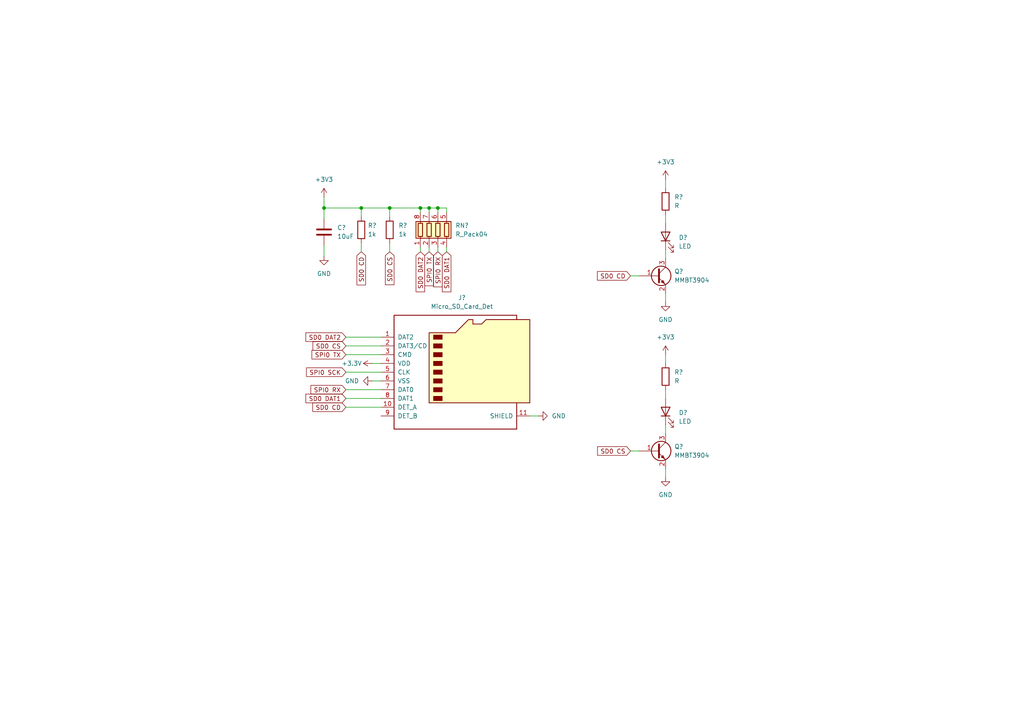
<source format=kicad_sch>
(kicad_sch (version 20211123) (generator eeschema)
  (paper "A4")
  (lib_symbols
    (symbol "Connector:Micro_SD_Card_Det" (pin_names (offset 1.016))
      (property "Reference" "J" (at -16.51 17.78 0))
      (property "Value" "Micro_SD_Card_Det" (at 16.51 17.78 0))
      (symbol "Micro_SD_Card_Det_0_1"
        (rectangle (start -7.62 -6.985) (end -5.08 -8.255) (fill (type outline)))
        (rectangle (start -7.62 -4.445) (end -5.08 -5.715) (fill (type outline)))
        (rectangle (start -7.62 -1.905) (end -5.08 -3.175) (fill (type outline)))
        (rectangle (start -7.62 0.635) (end -5.08 -0.635) (fill (type outline)))
        (rectangle (start -7.62 3.175) (end -5.08 1.905) (fill (type outline)))
        (rectangle (start -7.62 5.715) (end -5.08 4.445) (fill (type outline)))
        (rectangle (start -7.62 8.255) (end -5.08 6.985) (fill (type outline)))
        (rectangle (start -7.62 10.795) (end -5.08 9.525) (fill (type outline)))
        (polyline (pts (xy 16.51 15.24) (xy 16.51 16.51) (xy -19.05 16.51) (xy -19.05 -16.51) (xy 16.51 -16.51) (xy 16.51 -8.89)) (stroke (width 0.254)))
        (polyline (pts (xy -8.89 -8.89) (xy -8.89 11.43) (xy -1.27 11.43) (xy 2.54 15.24) (xy 3.81 15.24) (xy 3.81 13.97) (xy 6.35 13.97) (xy 7.62 15.24) (xy 20.32 15.24) (xy 20.32 -8.89) (xy -8.89 -8.89)) (stroke (width 0.254)) (fill (type background)))
      )
      (symbol "Micro_SD_Card_Det_1_1"
        (pin bidirectional line (at -22.86 10.16 0) (length 3.81) (name "DAT2") (number "1"))
        (pin passive line (at -22.86 -10.16 0) (length 3.81) (name "DET_A") (number "10"))
        (pin passive line (at 20.32 -12.7 180) (length 3.81) (name "SHIELD") (number "11"))
        (pin bidirectional line (at -22.86 7.62 0) (length 3.81) (name "DAT3/CD") (number "2"))
        (pin input line (at -22.86 5.08 0) (length 3.81) (name "CMD") (number "3"))
        (pin power_in line (at -22.86 2.54 0) (length 3.81) (name "VDD") (number "4"))
        (pin input line (at -22.86 0 0) (length 3.81) (name "CLK") (number "5"))
        (pin power_in line (at -22.86 -2.54 0) (length 3.81) (name "VSS") (number "6"))
        (pin bidirectional line (at -22.86 -5.08 0) (length 3.81) (name "DAT0") (number "7"))
        (pin bidirectional line (at -22.86 -7.62 0) (length 3.81) (name "DAT1") (number "8"))
        (pin passive line (at -22.86 -12.7 0) (length 3.81) (name "DET_B") (number "9"))
      )
    )
    (symbol "Device:C" (pin_numbers hide) (pin_names (offset 0.254))
      (property "Reference" "C" (at 0.635 2.54 0))
      (property "Value" "C" (at 0.635 -2.54 0))
      (symbol "C_0_1"
        (polyline (pts (xy -2.032 -0.762) (xy 2.032 -0.762)) (stroke (width 0.508)))
        (polyline (pts (xy -2.032 0.762) (xy 2.032 0.762)) (stroke (width 0.508)))
      )
      (symbol "C_1_1"
        (pin passive line (at 0 3.81 270) (length 2.794) (name "~") (number "1"))
        (pin passive line (at 0 -3.81 90) (length 2.794) (name "~") (number "2"))
      )
    )
    (symbol "Device:LED" (pin_numbers hide) (pin_names (offset 1.016) hide)
      (property "Reference" "D" (at 0 2.54 0))
      (property "Value" "LED" (at 0 -2.54 0))
      (symbol "LED_0_1"
        (polyline (pts (xy -1.27 -1.27) (xy -1.27 1.27)) (stroke (width 0.254)))
        (polyline (pts (xy -1.27 0) (xy 1.27 0)))
        (polyline (pts (xy 1.27 -1.27) (xy 1.27 1.27) (xy -1.27 0) (xy 1.27 -1.27)) (stroke (width 0.254)))
        (polyline (pts (xy -3.048 -0.762) (xy -4.572 -2.286) (xy -3.81 -2.286) (xy -4.572 -2.286) (xy -4.572 -1.524)))
        (polyline (pts (xy -1.778 -0.762) (xy -3.302 -2.286) (xy -2.54 -2.286) (xy -3.302 -2.286) (xy -3.302 -1.524)))
      )
      (symbol "LED_1_1"
        (pin passive line (at -3.81 0 0) (length 2.54) (name "K") (number "1"))
        (pin passive line (at 3.81 0 180) (length 2.54) (name "A") (number "2"))
      )
    )
    (symbol "Device:R" (pin_numbers hide) (pin_names (offset 0))
      (property "Reference" "R" (at 2.032 0 90))
      (property "Value" "R" (at 0 0 90))
      (symbol "R_0_1"
        (rectangle (start -1.016 -2.54) (end 1.016 2.54) (stroke (width 0.254)))
      )
      (symbol "R_1_1"
        (pin passive line (at 0 3.81 270) (length 1.27) (name "~") (number "1"))
        (pin passive line (at 0 -3.81 90) (length 1.27) (name "~") (number "2"))
      )
    )
    (symbol "Device:R_Pack04" (pin_names (offset 0) hide)
      (property "Reference" "RN" (at -7.62 0 90))
      (property "Value" "R_Pack04" (at 5.08 0 90))
      (symbol "R_Pack04_0_1"
        (rectangle (start -6.35 -2.413) (end 3.81 2.413) (stroke (width 0.254)) (fill (type background)))
        (rectangle (start -5.715 1.905) (end -4.445 -1.905) (stroke (width 0.254)))
        (rectangle (start -3.175 1.905) (end -1.905 -1.905) (stroke (width 0.254)))
        (rectangle (start -0.635 1.905) (end 0.635 -1.905) (stroke (width 0.254)))
        (polyline (pts (xy -5.08 -2.54) (xy -5.08 -1.905)))
        (polyline (pts (xy -5.08 1.905) (xy -5.08 2.54)))
        (polyline (pts (xy -2.54 -2.54) (xy -2.54 -1.905)))
        (polyline (pts (xy -2.54 1.905) (xy -2.54 2.54)))
        (polyline (pts (xy 0 -2.54) (xy 0 -1.905)))
        (polyline (pts (xy 0 1.905) (xy 0 2.54)))
        (polyline (pts (xy 2.54 -2.54) (xy 2.54 -1.905)))
        (polyline (pts (xy 2.54 1.905) (xy 2.54 2.54)))
        (rectangle (start 1.905 1.905) (end 3.175 -1.905) (stroke (width 0.254)))
      )
      (symbol "R_Pack04_1_1"
        (pin passive line (at -5.08 -5.08 90) (length 2.54) (name "R1.1") (number "1"))
        (pin passive line (at -2.54 -5.08 90) (length 2.54) (name "R2.1") (number "2"))
        (pin passive line (at 0 -5.08 90) (length 2.54) (name "R3.1") (number "3"))
        (pin passive line (at 2.54 -5.08 90) (length 2.54) (name "R4.1") (number "4"))
        (pin passive line (at 2.54 5.08 270) (length 2.54) (name "R4.2") (number "5"))
        (pin passive line (at 0 5.08 270) (length 2.54) (name "R3.2") (number "6"))
        (pin passive line (at -2.54 5.08 270) (length 2.54) (name "R2.2") (number "7"))
        (pin passive line (at -5.08 5.08 270) (length 2.54) (name "R1.2") (number "8"))
      )
    )
    (symbol "Transistor_BJT:MMBT3904" (pin_names (offset 0) hide)
      (property "Reference" "Q" (at 5.08 1.905 0))
      (property "Value" "MMBT3904" (at 5.08 0 0))
      (symbol "MMBT3904_0_1"
        (polyline (pts (xy 0.635 0.635) (xy 2.54 2.54)))
        (polyline (pts (xy 0.635 -0.635) (xy 2.54 -2.54) (xy 2.54 -2.54)))
        (polyline (pts (xy 0.635 1.905) (xy 0.635 -1.905) (xy 0.635 -1.905)) (stroke (width 0.508)))
        (polyline (pts (xy 1.27 -1.778) (xy 1.778 -1.27) (xy 2.286 -2.286) (xy 1.27 -1.778) (xy 1.27 -1.778)) (fill (type outline)))
        (circle (center 1.27 0) (radius 2.8194) (stroke (width 0.254)))
      )
      (symbol "MMBT3904_1_1"
        (pin input line (at -5.08 0 0) (length 5.715) (name "B") (number "1"))
        (pin passive line (at 2.54 -5.08 90) (length 2.54) (name "E") (number "2"))
        (pin passive line (at 2.54 5.08 270) (length 2.54) (name "C") (number "3"))
      )
    )
    (symbol "power:+3.3V" (power) (pin_names (offset 0))
      (property "Value" "+3.3V" (at 0 3.556 0))
      (symbol "+3.3V_0_1"
        (polyline (pts (xy -0.762 1.27) (xy 0 2.54)))
        (polyline (pts (xy 0 0) (xy 0 2.54)))
        (polyline (pts (xy 0 2.54) (xy 0.762 1.27)))
      )
      (symbol "+3.3V_1_1"
        (pin power_in line (at 0 0 90) (length 0) hide (name "+3.3V") (number "1"))
      )
    )
    (symbol "power:+3V3" (power) (pin_names (offset 0))
      (property "Value" "+3V3" (at 0 3.556 0))
      (symbol "+3V3_0_1"
        (polyline (pts (xy -0.762 1.27) (xy 0 2.54)))
        (polyline (pts (xy 0 0) (xy 0 2.54)))
        (polyline (pts (xy 0 2.54) (xy 0.762 1.27)))
      )
      (symbol "+3V3_1_1"
        (pin power_in line (at 0 0 90) (length 0) hide (name "+3V3") (number "1"))
      )
    )
    (symbol "power:GND" (power) (pin_names (offset 0))
      (property "Value" "GND" (at 0 -3.81 0))
      (symbol "GND_0_1"
        (polyline (pts (xy 0 0) (xy 0 -1.27) (xy 1.27 -1.27) (xy 0 -2.54) (xy -1.27 -1.27) (xy 0 -1.27)))
      )
      (symbol "GND_1_1"
        (pin power_in line (at 0 0 270) (length 0) hide (name "GND") (number "1"))
      )
    )
  )
  (junction (at 121.92 60.325))
  (junction (at 124.46 60.325))
  (junction (at 113.03 60.325))
  (junction (at 93.98 60.325))
  (junction (at 127 60.325))
  (junction (at 104.775 60.325))
  (wire (pts (xy 121.92 60.325) (xy 124.46 60.325)))
  (wire (pts (xy 113.03 60.325) (xy 104.775 60.325)))
  (wire (pts (xy 104.775 60.325) (xy 104.775 62.865)))
  (wire (pts (xy 193.04 123.19) (xy 193.04 125.73)))
  (wire (pts (xy 93.98 71.12) (xy 93.98 74.295)))
  (wire (pts (xy 113.03 60.325) (xy 121.92 60.325)))
  (wire (pts (xy 124.46 60.325) (xy 124.46 61.595)))
  (wire (pts (xy 193.04 52.07) (xy 193.04 54.61)))
  (wire (pts (xy 104.775 70.485) (xy 104.775 73.025)))
  (wire (pts (xy 100.33 102.87) (xy 110.49 102.87)))
  (wire (pts (xy 100.33 113.03) (xy 110.49 113.03)))
  (wire (pts (xy 93.98 60.325) (xy 93.98 63.5)))
  (wire (pts (xy 127 71.755) (xy 127 73.025)))
  (wire (pts (xy 153.67 120.65) (xy 156.21 120.65)))
  (wire (pts (xy 100.33 107.95) (xy 110.49 107.95)))
  (wire (pts (xy 107.95 110.49) (xy 110.49 110.49)))
  (wire (pts (xy 193.04 113.03) (xy 193.04 115.57)))
  (wire (pts (xy 193.04 62.23) (xy 193.04 64.77)))
  (wire (pts (xy 121.92 60.325) (xy 121.92 61.595)))
  (wire (pts (xy 193.04 135.89) (xy 193.04 138.43)))
  (wire (pts (xy 182.88 130.81) (xy 185.42 130.81)))
  (wire (pts (xy 93.98 57.15) (xy 93.98 60.325)))
  (wire (pts (xy 100.33 118.11) (xy 110.49 118.11)))
  (wire (pts (xy 127 60.325) (xy 127 61.595)))
  (wire (pts (xy 124.46 71.755) (xy 124.46 73.025)))
  (wire (pts (xy 193.04 72.39) (xy 193.04 74.93)))
  (wire (pts (xy 100.33 115.57) (xy 110.49 115.57)))
  (wire (pts (xy 193.04 102.87) (xy 193.04 105.41)))
  (wire (pts (xy 113.03 60.325) (xy 113.03 62.865)))
  (wire (pts (xy 127 60.325) (xy 129.54 60.325)))
  (wire (pts (xy 193.04 85.09) (xy 193.04 87.63)))
  (wire (pts (xy 107.95 105.41) (xy 110.49 105.41)))
  (wire (pts (xy 129.54 71.755) (xy 129.54 73.025)))
  (wire (pts (xy 100.33 100.33) (xy 110.49 100.33)))
  (wire (pts (xy 124.46 60.325) (xy 127 60.325)))
  (wire (pts (xy 129.54 60.325) (xy 129.54 61.595)))
  (wire (pts (xy 121.92 71.755) (xy 121.92 73.025)))
  (wire (pts (xy 182.88 80.01) (xy 185.42 80.01)))
  (wire (pts (xy 113.03 70.485) (xy 113.03 73.025)))
  (wire (pts (xy 100.33 97.79) (xy 110.49 97.79)))
  (wire (pts (xy 104.775 60.325) (xy 93.98 60.325)))
  (global_label "SD0 CS" (shape input) (at 100.33 100.33 180) (property "Intersheet References" "${INTERSHEET_REFS}" (effects hide)))
  (global_label "SPI0 TX" (shape input) (at 100.33 102.87 180) (property "Intersheet References" "${INTERSHEET_REFS}" (effects hide)))
  (global_label "SD0 CS" (shape input) (at 113.03 73.025 270) (property "Intersheet References" "${INTERSHEET_REFS}" (effects hide)))
  (global_label "SD0 DAT2" (shape input) (at 100.33 97.79 180) (property "Intersheet References" "${INTERSHEET_REFS}" (effects hide)))
  (global_label "SPI0 RX" (shape input) (at 127 73.025 270) (property "Intersheet References" "${INTERSHEET_REFS}" (effects hide)))
  (global_label "SD0 DAT2" (shape input) (at 121.92 73.025 270) (property "Intersheet References" "${INTERSHEET_REFS}" (effects hide)))
  (global_label "SD0 CD" (shape input) (at 104.775 73.025 270) (property "Intersheet References" "${INTERSHEET_REFS}" (effects hide)))
  (global_label "SD0 CD" (shape input) (at 182.88 80.01 180) (property "Intersheet References" "${INTERSHEET_REFS}" (effects hide)))
  (global_label "SD0 DAT1" (shape input) (at 100.33 115.57 180) (property "Intersheet References" "${INTERSHEET_REFS}" (effects hide)))
  (global_label "SPI0 TX" (shape input) (at 124.46 73.025 270) (property "Intersheet References" "${INTERSHEET_REFS}" (effects hide)))
  (global_label "SPI0 RX" (shape input) (at 100.33 113.03 180) (property "Intersheet References" "${INTERSHEET_REFS}" (effects hide)))
  (global_label "SD0 CS" (shape input) (at 182.88 130.81 180) (property "Intersheet References" "${INTERSHEET_REFS}" (effects hide)))
  (global_label "SD0 CD" (shape input) (at 100.33 118.11 180) (property "Intersheet References" "${INTERSHEET_REFS}" (effects hide)))
  (global_label "SPI0 SCK" (shape input) (at 100.33 107.95 180) (property "Intersheet References" "${INTERSHEET_REFS}" (effects hide)))
  (global_label "SD0 DAT1" (shape input) (at 129.54 73.025 270) (property "Intersheet References" "${INTERSHEET_REFS}" (effects hide)))
  (symbol (lib_id "power:+3V3") (at 193.04 102.87 0) (unit 1)
    (property "Reference" "#PWR?" (effects hide))
    (property "Value" "+3V3" (at 193.04 97.79 0))
  )
  (symbol (lib_id "power:+3V3") (at 93.98 57.15 0) (unit 1)
    (property "Reference" "#PWR?" (effects hide))
    (property "Value" "+3V3" (at 93.98 52.07 0))
  )
  (symbol (lib_id "Device:R_Pack04") (at 127 66.675 0) (unit 1)
    (property "Reference" "RN?" (at 132.08 65.4049 0) (effects (justify left)))
    (property "Value" "R_Pack04" (at 132.08 67.9449 0) (effects (justify left)))
  )
  (symbol (lib_id "power:+3.3V") (at 107.95 105.41 90) (unit 1)
    (property "Reference" "#PWR?" (effects hide))
    (property "Value" "+3.3V" (at 99.06 105.41 90) (effects (justify right)))
  )
  (symbol (lib_id "power:GND") (at 93.98 74.295 0) (unit 1)
    (property "Reference" "#PWR?" (effects hide))
    (property "Value" "GND" (at 93.98 79.375 0))
  )
  (symbol (lib_id "Device:C") (at 93.98 67.31 0) (unit 1)
    (property "Reference" "C?" (at 97.79 66.0399 0) (effects (justify left)))
    (property "Value" "10uF" (at 97.79 68.5799 0) (effects (justify left)))
  )
  (symbol (lib_id "Device:R") (at 193.04 109.22 0) (unit 1)
    (property "Reference" "R?" (at 195.58 107.9499 0) (effects (justify left)))
    (property "Value" "R" (at 195.58 110.4899 0) (effects (justify left)))
  )
  (symbol (lib_id "Device:LED") (at 193.04 68.58 90) (unit 1)
    (property "Reference" "D?" (at 196.85 68.8974 90) (effects (justify right)))
    (property "Value" "LED" (at 196.85 71.4374 90) (effects (justify right)))
  )
  (symbol (lib_id "Device:LED") (at 193.04 119.38 90) (unit 1)
    (property "Reference" "D?" (at 196.85 119.6974 90) (effects (justify right)))
    (property "Value" "LED" (at 196.85 122.2374 90) (effects (justify right)))
  )
  (symbol (lib_id "power:GND") (at 193.04 87.63 0) (unit 1)
    (property "Reference" "#PWR?" (effects hide))
    (property "Value" "GND" (at 193.04 92.71 0))
  )
  (symbol (lib_id "power:GND") (at 107.95 110.49 270) (unit 1)
    (property "Reference" "#PWR?" (effects hide))
    (property "Value" "GND" (at 104.14 110.4899 90) (effects (justify right)))
  )
  (symbol (lib_id "Device:R") (at 193.04 58.42 0) (unit 1)
    (property "Reference" "R?" (at 195.58 57.1499 0) (effects (justify left)))
    (property "Value" "R" (at 195.58 59.6899 0) (effects (justify left)))
  )
  (symbol (lib_id "Connector:Micro_SD_Card_Det") (at 133.35 107.95 0) (unit 1)
    (property "Reference" "J?" (at 133.985 86.36 0))
    (property "Value" "Micro_SD_Card_Det" (at 133.985 88.9 0))
    (property "Datasheet" "https://www.hirose.com/product/en/download_file/key_name/DM3/category/Catalog/doc_file_id/49662/?file_category_id=4&item_id=195&is_series=1" (effects hide))
  )
  (symbol (lib_id "power:+3V3") (at 193.04 52.07 0) (unit 1)
    (property "Reference" "#PWR?" (effects hide))
    (property "Value" "+3V3" (at 193.04 46.99 0))
  )
  (symbol (lib_id "Transistor_BJT:MMBT3904") (at 190.5 80.01 0) (unit 1)
    (property "Reference" "Q?" (at 195.58 78.7399 0) (effects (justify left)))
    (property "Value" "MMBT3904" (at 195.58 81.2799 0) (effects (justify left)))
    (property "Footprint" "Package_TO_SOT_SMD:SOT-23" (effects hide))
    (property "Datasheet" "https://www.onsemi.com/pub/Collateral/2N3903-D.PDF" (effects hide))
  )
  (symbol (lib_id "power:GND") (at 193.04 138.43 0) (unit 1)
    (property "Reference" "#PWR?" (effects hide))
    (property "Value" "GND" (at 193.04 143.51 0))
  )
  (symbol (lib_id "Device:R") (at 113.03 66.675 0) (unit 1)
    (property "Reference" "R?" (at 115.57 65.4049 0) (effects (justify left)))
    (property "Value" "1k" (at 115.57 67.9449 0) (effects (justify left)))
  )
  (symbol (lib_id "Device:R") (at 104.775 66.675 0) (unit 1)
    (property "Reference" "R?" (at 106.68 65.4049 0) (effects (justify left)))
    (property "Value" "1k" (at 106.68 67.9449 0) (effects (justify left)))
  )
  (symbol (lib_id "Transistor_BJT:MMBT3904") (at 190.5 130.81 0) (unit 1)
    (property "Reference" "Q?" (at 195.58 129.5399 0) (effects (justify left)))
    (property "Value" "MMBT3904" (at 195.58 132.0799 0) (effects (justify left)))
    (property "Footprint" "Package_TO_SOT_SMD:SOT-23" (effects hide))
    (property "Datasheet" "https://www.onsemi.com/pub/Collateral/2N3903-D.PDF" (effects hide))
  )
  (symbol (lib_id "power:GND") (at 156.21 120.65 90) (unit 1)
    (property "Reference" "#PWR?" (effects hide))
    (property "Value" "GND" (at 160.02 120.6499 90) (effects (justify right)))
  )
)
</source>
